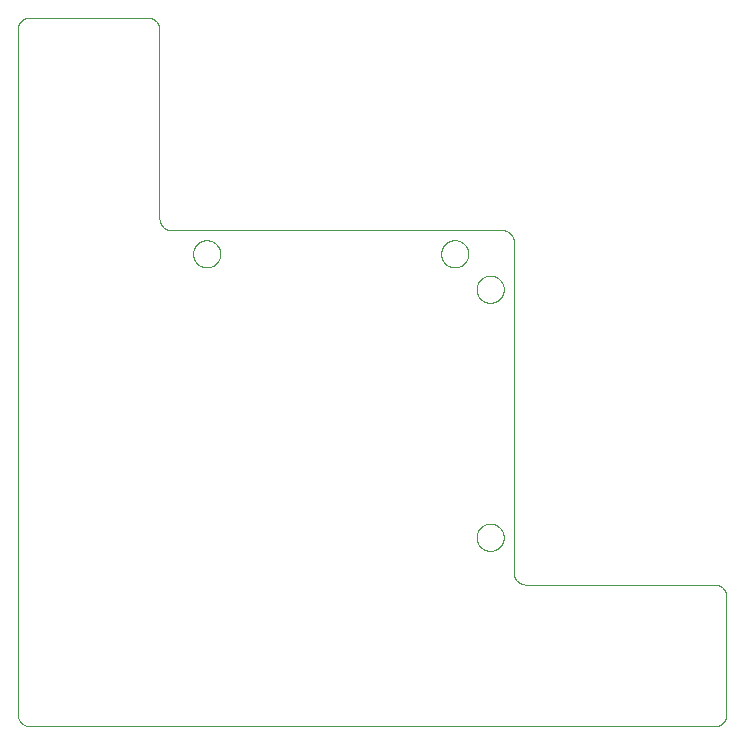
<source format=gko>
G75*
%MOIN*%
%OFA0B0*%
%FSLAX25Y25*%
%IPPOS*%
%LPD*%
%AMOC8*
5,1,8,0,0,1.08239X$1,22.5*
%
%ADD10C,0.00000*%
D10*
X0095738Y0111486D02*
X0324085Y0111486D01*
X0324209Y0111488D01*
X0324332Y0111494D01*
X0324456Y0111503D01*
X0324578Y0111517D01*
X0324701Y0111534D01*
X0324823Y0111556D01*
X0324944Y0111581D01*
X0325064Y0111610D01*
X0325183Y0111642D01*
X0325302Y0111679D01*
X0325419Y0111719D01*
X0325534Y0111762D01*
X0325649Y0111810D01*
X0325761Y0111861D01*
X0325872Y0111915D01*
X0325982Y0111973D01*
X0326089Y0112034D01*
X0326195Y0112099D01*
X0326298Y0112167D01*
X0326399Y0112238D01*
X0326498Y0112312D01*
X0326595Y0112389D01*
X0326689Y0112470D01*
X0326780Y0112553D01*
X0326869Y0112639D01*
X0326955Y0112728D01*
X0327038Y0112819D01*
X0327119Y0112913D01*
X0327196Y0113010D01*
X0327270Y0113109D01*
X0327341Y0113210D01*
X0327409Y0113313D01*
X0327474Y0113419D01*
X0327535Y0113526D01*
X0327593Y0113636D01*
X0327647Y0113747D01*
X0327698Y0113859D01*
X0327746Y0113974D01*
X0327789Y0114089D01*
X0327829Y0114206D01*
X0327866Y0114325D01*
X0327898Y0114444D01*
X0327927Y0114564D01*
X0327952Y0114685D01*
X0327974Y0114807D01*
X0327991Y0114930D01*
X0328005Y0115052D01*
X0328014Y0115176D01*
X0328020Y0115299D01*
X0328022Y0115423D01*
X0328022Y0154793D01*
X0328020Y0154917D01*
X0328014Y0155040D01*
X0328005Y0155164D01*
X0327991Y0155286D01*
X0327974Y0155409D01*
X0327952Y0155531D01*
X0327927Y0155652D01*
X0327898Y0155772D01*
X0327866Y0155891D01*
X0327829Y0156010D01*
X0327789Y0156127D01*
X0327746Y0156242D01*
X0327698Y0156357D01*
X0327647Y0156469D01*
X0327593Y0156580D01*
X0327535Y0156690D01*
X0327474Y0156797D01*
X0327409Y0156903D01*
X0327341Y0157006D01*
X0327270Y0157107D01*
X0327196Y0157206D01*
X0327119Y0157303D01*
X0327038Y0157397D01*
X0326955Y0157488D01*
X0326869Y0157577D01*
X0326780Y0157663D01*
X0326689Y0157746D01*
X0326595Y0157827D01*
X0326498Y0157904D01*
X0326399Y0157978D01*
X0326298Y0158049D01*
X0326195Y0158117D01*
X0326089Y0158182D01*
X0325982Y0158243D01*
X0325872Y0158301D01*
X0325761Y0158355D01*
X0325649Y0158406D01*
X0325534Y0158454D01*
X0325419Y0158497D01*
X0325302Y0158537D01*
X0325183Y0158574D01*
X0325064Y0158606D01*
X0324944Y0158635D01*
X0324823Y0158660D01*
X0324701Y0158682D01*
X0324578Y0158699D01*
X0324456Y0158713D01*
X0324332Y0158722D01*
X0324209Y0158728D01*
X0324085Y0158730D01*
X0261093Y0158730D01*
X0260969Y0158732D01*
X0260846Y0158738D01*
X0260722Y0158747D01*
X0260600Y0158761D01*
X0260477Y0158778D01*
X0260355Y0158800D01*
X0260234Y0158825D01*
X0260114Y0158854D01*
X0259995Y0158886D01*
X0259876Y0158923D01*
X0259759Y0158963D01*
X0259644Y0159006D01*
X0259529Y0159054D01*
X0259417Y0159105D01*
X0259306Y0159159D01*
X0259196Y0159217D01*
X0259089Y0159278D01*
X0258983Y0159343D01*
X0258880Y0159411D01*
X0258779Y0159482D01*
X0258680Y0159556D01*
X0258583Y0159633D01*
X0258489Y0159714D01*
X0258398Y0159797D01*
X0258309Y0159883D01*
X0258223Y0159972D01*
X0258140Y0160063D01*
X0258059Y0160157D01*
X0257982Y0160254D01*
X0257908Y0160353D01*
X0257837Y0160454D01*
X0257769Y0160557D01*
X0257704Y0160663D01*
X0257643Y0160770D01*
X0257585Y0160880D01*
X0257531Y0160991D01*
X0257480Y0161103D01*
X0257432Y0161218D01*
X0257389Y0161333D01*
X0257349Y0161450D01*
X0257312Y0161569D01*
X0257280Y0161688D01*
X0257251Y0161808D01*
X0257226Y0161929D01*
X0257204Y0162051D01*
X0257187Y0162174D01*
X0257173Y0162296D01*
X0257164Y0162420D01*
X0257158Y0162543D01*
X0257156Y0162667D01*
X0257156Y0272904D01*
X0257154Y0273028D01*
X0257148Y0273151D01*
X0257139Y0273275D01*
X0257125Y0273397D01*
X0257108Y0273520D01*
X0257086Y0273642D01*
X0257061Y0273763D01*
X0257032Y0273883D01*
X0257000Y0274002D01*
X0256963Y0274121D01*
X0256923Y0274238D01*
X0256880Y0274353D01*
X0256832Y0274468D01*
X0256781Y0274580D01*
X0256727Y0274691D01*
X0256669Y0274801D01*
X0256608Y0274908D01*
X0256543Y0275014D01*
X0256475Y0275117D01*
X0256404Y0275218D01*
X0256330Y0275317D01*
X0256253Y0275414D01*
X0256172Y0275508D01*
X0256089Y0275599D01*
X0256003Y0275688D01*
X0255914Y0275774D01*
X0255823Y0275857D01*
X0255729Y0275938D01*
X0255632Y0276015D01*
X0255533Y0276089D01*
X0255432Y0276160D01*
X0255329Y0276228D01*
X0255223Y0276293D01*
X0255116Y0276354D01*
X0255006Y0276412D01*
X0254895Y0276466D01*
X0254783Y0276517D01*
X0254668Y0276565D01*
X0254553Y0276608D01*
X0254436Y0276648D01*
X0254317Y0276685D01*
X0254198Y0276717D01*
X0254078Y0276746D01*
X0253957Y0276771D01*
X0253835Y0276793D01*
X0253712Y0276810D01*
X0253590Y0276824D01*
X0253466Y0276833D01*
X0253343Y0276839D01*
X0253219Y0276841D01*
X0142982Y0276841D01*
X0142858Y0276843D01*
X0142735Y0276849D01*
X0142611Y0276858D01*
X0142489Y0276872D01*
X0142366Y0276889D01*
X0142244Y0276911D01*
X0142123Y0276936D01*
X0142003Y0276965D01*
X0141884Y0276997D01*
X0141765Y0277034D01*
X0141648Y0277074D01*
X0141533Y0277117D01*
X0141418Y0277165D01*
X0141306Y0277216D01*
X0141195Y0277270D01*
X0141085Y0277328D01*
X0140978Y0277389D01*
X0140872Y0277454D01*
X0140769Y0277522D01*
X0140668Y0277593D01*
X0140569Y0277667D01*
X0140472Y0277744D01*
X0140378Y0277825D01*
X0140287Y0277908D01*
X0140198Y0277994D01*
X0140112Y0278083D01*
X0140029Y0278174D01*
X0139948Y0278268D01*
X0139871Y0278365D01*
X0139797Y0278464D01*
X0139726Y0278565D01*
X0139658Y0278668D01*
X0139593Y0278774D01*
X0139532Y0278881D01*
X0139474Y0278991D01*
X0139420Y0279102D01*
X0139369Y0279214D01*
X0139321Y0279329D01*
X0139278Y0279444D01*
X0139238Y0279561D01*
X0139201Y0279680D01*
X0139169Y0279799D01*
X0139140Y0279919D01*
X0139115Y0280040D01*
X0139093Y0280162D01*
X0139076Y0280285D01*
X0139062Y0280407D01*
X0139053Y0280531D01*
X0139047Y0280654D01*
X0139045Y0280778D01*
X0139045Y0343770D01*
X0139043Y0343894D01*
X0139037Y0344017D01*
X0139028Y0344141D01*
X0139014Y0344263D01*
X0138997Y0344386D01*
X0138975Y0344508D01*
X0138950Y0344629D01*
X0138921Y0344749D01*
X0138889Y0344868D01*
X0138852Y0344987D01*
X0138812Y0345104D01*
X0138769Y0345219D01*
X0138721Y0345334D01*
X0138670Y0345446D01*
X0138616Y0345557D01*
X0138558Y0345667D01*
X0138497Y0345774D01*
X0138432Y0345880D01*
X0138364Y0345983D01*
X0138293Y0346084D01*
X0138219Y0346183D01*
X0138142Y0346280D01*
X0138061Y0346374D01*
X0137978Y0346465D01*
X0137892Y0346554D01*
X0137803Y0346640D01*
X0137712Y0346723D01*
X0137618Y0346804D01*
X0137521Y0346881D01*
X0137422Y0346955D01*
X0137321Y0347026D01*
X0137218Y0347094D01*
X0137112Y0347159D01*
X0137005Y0347220D01*
X0136895Y0347278D01*
X0136784Y0347332D01*
X0136672Y0347383D01*
X0136557Y0347431D01*
X0136442Y0347474D01*
X0136325Y0347514D01*
X0136206Y0347551D01*
X0136087Y0347583D01*
X0135967Y0347612D01*
X0135846Y0347637D01*
X0135724Y0347659D01*
X0135601Y0347676D01*
X0135479Y0347690D01*
X0135355Y0347699D01*
X0135232Y0347705D01*
X0135108Y0347707D01*
X0095738Y0347707D01*
X0095614Y0347705D01*
X0095491Y0347699D01*
X0095367Y0347690D01*
X0095245Y0347676D01*
X0095122Y0347659D01*
X0095000Y0347637D01*
X0094879Y0347612D01*
X0094759Y0347583D01*
X0094640Y0347551D01*
X0094521Y0347514D01*
X0094404Y0347474D01*
X0094289Y0347431D01*
X0094174Y0347383D01*
X0094062Y0347332D01*
X0093951Y0347278D01*
X0093841Y0347220D01*
X0093734Y0347159D01*
X0093628Y0347094D01*
X0093525Y0347026D01*
X0093424Y0346955D01*
X0093325Y0346881D01*
X0093228Y0346804D01*
X0093134Y0346723D01*
X0093043Y0346640D01*
X0092954Y0346554D01*
X0092868Y0346465D01*
X0092785Y0346374D01*
X0092704Y0346280D01*
X0092627Y0346183D01*
X0092553Y0346084D01*
X0092482Y0345983D01*
X0092414Y0345880D01*
X0092349Y0345774D01*
X0092288Y0345667D01*
X0092230Y0345557D01*
X0092176Y0345446D01*
X0092125Y0345334D01*
X0092077Y0345219D01*
X0092034Y0345104D01*
X0091994Y0344987D01*
X0091957Y0344868D01*
X0091925Y0344749D01*
X0091896Y0344629D01*
X0091871Y0344508D01*
X0091849Y0344386D01*
X0091832Y0344263D01*
X0091818Y0344141D01*
X0091809Y0344017D01*
X0091803Y0343894D01*
X0091801Y0343770D01*
X0091801Y0115423D01*
X0091803Y0115299D01*
X0091809Y0115176D01*
X0091818Y0115052D01*
X0091832Y0114930D01*
X0091849Y0114807D01*
X0091871Y0114685D01*
X0091896Y0114564D01*
X0091925Y0114444D01*
X0091957Y0114325D01*
X0091994Y0114206D01*
X0092034Y0114089D01*
X0092077Y0113974D01*
X0092125Y0113859D01*
X0092176Y0113747D01*
X0092230Y0113636D01*
X0092288Y0113526D01*
X0092349Y0113419D01*
X0092414Y0113313D01*
X0092482Y0113210D01*
X0092553Y0113109D01*
X0092627Y0113010D01*
X0092704Y0112913D01*
X0092785Y0112819D01*
X0092868Y0112728D01*
X0092954Y0112639D01*
X0093043Y0112553D01*
X0093134Y0112470D01*
X0093228Y0112389D01*
X0093325Y0112312D01*
X0093424Y0112238D01*
X0093525Y0112167D01*
X0093628Y0112099D01*
X0093734Y0112034D01*
X0093841Y0111973D01*
X0093951Y0111915D01*
X0094062Y0111861D01*
X0094174Y0111810D01*
X0094289Y0111762D01*
X0094404Y0111719D01*
X0094521Y0111679D01*
X0094640Y0111642D01*
X0094759Y0111610D01*
X0094879Y0111581D01*
X0095000Y0111556D01*
X0095122Y0111534D01*
X0095245Y0111517D01*
X0095367Y0111503D01*
X0095491Y0111494D01*
X0095614Y0111488D01*
X0095738Y0111486D01*
X0244753Y0174478D02*
X0244755Y0174612D01*
X0244761Y0174746D01*
X0244771Y0174880D01*
X0244785Y0175014D01*
X0244803Y0175147D01*
X0244824Y0175279D01*
X0244850Y0175411D01*
X0244880Y0175542D01*
X0244913Y0175672D01*
X0244950Y0175800D01*
X0244992Y0175928D01*
X0245036Y0176055D01*
X0245085Y0176180D01*
X0245137Y0176303D01*
X0245193Y0176425D01*
X0245253Y0176546D01*
X0245316Y0176664D01*
X0245382Y0176781D01*
X0245452Y0176895D01*
X0245525Y0177008D01*
X0245602Y0177118D01*
X0245682Y0177226D01*
X0245765Y0177331D01*
X0245851Y0177434D01*
X0245940Y0177534D01*
X0246032Y0177632D01*
X0246127Y0177727D01*
X0246225Y0177819D01*
X0246325Y0177908D01*
X0246428Y0177994D01*
X0246533Y0178077D01*
X0246641Y0178157D01*
X0246751Y0178234D01*
X0246864Y0178307D01*
X0246978Y0178377D01*
X0247095Y0178443D01*
X0247213Y0178506D01*
X0247334Y0178566D01*
X0247456Y0178622D01*
X0247579Y0178674D01*
X0247704Y0178723D01*
X0247831Y0178767D01*
X0247959Y0178809D01*
X0248087Y0178846D01*
X0248217Y0178879D01*
X0248348Y0178909D01*
X0248480Y0178935D01*
X0248612Y0178956D01*
X0248745Y0178974D01*
X0248879Y0178988D01*
X0249013Y0178998D01*
X0249147Y0179004D01*
X0249281Y0179006D01*
X0249415Y0179004D01*
X0249549Y0178998D01*
X0249683Y0178988D01*
X0249817Y0178974D01*
X0249950Y0178956D01*
X0250082Y0178935D01*
X0250214Y0178909D01*
X0250345Y0178879D01*
X0250475Y0178846D01*
X0250603Y0178809D01*
X0250731Y0178767D01*
X0250858Y0178723D01*
X0250983Y0178674D01*
X0251106Y0178622D01*
X0251228Y0178566D01*
X0251349Y0178506D01*
X0251467Y0178443D01*
X0251584Y0178377D01*
X0251698Y0178307D01*
X0251811Y0178234D01*
X0251921Y0178157D01*
X0252029Y0178077D01*
X0252134Y0177994D01*
X0252237Y0177908D01*
X0252337Y0177819D01*
X0252435Y0177727D01*
X0252530Y0177632D01*
X0252622Y0177534D01*
X0252711Y0177434D01*
X0252797Y0177331D01*
X0252880Y0177226D01*
X0252960Y0177118D01*
X0253037Y0177008D01*
X0253110Y0176895D01*
X0253180Y0176781D01*
X0253246Y0176664D01*
X0253309Y0176546D01*
X0253369Y0176425D01*
X0253425Y0176303D01*
X0253477Y0176180D01*
X0253526Y0176055D01*
X0253570Y0175928D01*
X0253612Y0175800D01*
X0253649Y0175672D01*
X0253682Y0175542D01*
X0253712Y0175411D01*
X0253738Y0175279D01*
X0253759Y0175147D01*
X0253777Y0175014D01*
X0253791Y0174880D01*
X0253801Y0174746D01*
X0253807Y0174612D01*
X0253809Y0174478D01*
X0253807Y0174344D01*
X0253801Y0174210D01*
X0253791Y0174076D01*
X0253777Y0173942D01*
X0253759Y0173809D01*
X0253738Y0173677D01*
X0253712Y0173545D01*
X0253682Y0173414D01*
X0253649Y0173284D01*
X0253612Y0173156D01*
X0253570Y0173028D01*
X0253526Y0172901D01*
X0253477Y0172776D01*
X0253425Y0172653D01*
X0253369Y0172531D01*
X0253309Y0172410D01*
X0253246Y0172292D01*
X0253180Y0172175D01*
X0253110Y0172061D01*
X0253037Y0171948D01*
X0252960Y0171838D01*
X0252880Y0171730D01*
X0252797Y0171625D01*
X0252711Y0171522D01*
X0252622Y0171422D01*
X0252530Y0171324D01*
X0252435Y0171229D01*
X0252337Y0171137D01*
X0252237Y0171048D01*
X0252134Y0170962D01*
X0252029Y0170879D01*
X0251921Y0170799D01*
X0251811Y0170722D01*
X0251698Y0170649D01*
X0251584Y0170579D01*
X0251467Y0170513D01*
X0251349Y0170450D01*
X0251228Y0170390D01*
X0251106Y0170334D01*
X0250983Y0170282D01*
X0250858Y0170233D01*
X0250731Y0170189D01*
X0250603Y0170147D01*
X0250475Y0170110D01*
X0250345Y0170077D01*
X0250214Y0170047D01*
X0250082Y0170021D01*
X0249950Y0170000D01*
X0249817Y0169982D01*
X0249683Y0169968D01*
X0249549Y0169958D01*
X0249415Y0169952D01*
X0249281Y0169950D01*
X0249147Y0169952D01*
X0249013Y0169958D01*
X0248879Y0169968D01*
X0248745Y0169982D01*
X0248612Y0170000D01*
X0248480Y0170021D01*
X0248348Y0170047D01*
X0248217Y0170077D01*
X0248087Y0170110D01*
X0247959Y0170147D01*
X0247831Y0170189D01*
X0247704Y0170233D01*
X0247579Y0170282D01*
X0247456Y0170334D01*
X0247334Y0170390D01*
X0247213Y0170450D01*
X0247095Y0170513D01*
X0246978Y0170579D01*
X0246864Y0170649D01*
X0246751Y0170722D01*
X0246641Y0170799D01*
X0246533Y0170879D01*
X0246428Y0170962D01*
X0246325Y0171048D01*
X0246225Y0171137D01*
X0246127Y0171229D01*
X0246032Y0171324D01*
X0245940Y0171422D01*
X0245851Y0171522D01*
X0245765Y0171625D01*
X0245682Y0171730D01*
X0245602Y0171838D01*
X0245525Y0171948D01*
X0245452Y0172061D01*
X0245382Y0172175D01*
X0245316Y0172292D01*
X0245253Y0172410D01*
X0245193Y0172531D01*
X0245137Y0172653D01*
X0245085Y0172776D01*
X0245036Y0172901D01*
X0244992Y0173028D01*
X0244950Y0173156D01*
X0244913Y0173284D01*
X0244880Y0173414D01*
X0244850Y0173545D01*
X0244824Y0173677D01*
X0244803Y0173809D01*
X0244785Y0173942D01*
X0244771Y0174076D01*
X0244761Y0174210D01*
X0244755Y0174344D01*
X0244753Y0174478D01*
X0244753Y0257156D02*
X0244755Y0257290D01*
X0244761Y0257424D01*
X0244771Y0257558D01*
X0244785Y0257692D01*
X0244803Y0257825D01*
X0244824Y0257957D01*
X0244850Y0258089D01*
X0244880Y0258220D01*
X0244913Y0258350D01*
X0244950Y0258478D01*
X0244992Y0258606D01*
X0245036Y0258733D01*
X0245085Y0258858D01*
X0245137Y0258981D01*
X0245193Y0259103D01*
X0245253Y0259224D01*
X0245316Y0259342D01*
X0245382Y0259459D01*
X0245452Y0259573D01*
X0245525Y0259686D01*
X0245602Y0259796D01*
X0245682Y0259904D01*
X0245765Y0260009D01*
X0245851Y0260112D01*
X0245940Y0260212D01*
X0246032Y0260310D01*
X0246127Y0260405D01*
X0246225Y0260497D01*
X0246325Y0260586D01*
X0246428Y0260672D01*
X0246533Y0260755D01*
X0246641Y0260835D01*
X0246751Y0260912D01*
X0246864Y0260985D01*
X0246978Y0261055D01*
X0247095Y0261121D01*
X0247213Y0261184D01*
X0247334Y0261244D01*
X0247456Y0261300D01*
X0247579Y0261352D01*
X0247704Y0261401D01*
X0247831Y0261445D01*
X0247959Y0261487D01*
X0248087Y0261524D01*
X0248217Y0261557D01*
X0248348Y0261587D01*
X0248480Y0261613D01*
X0248612Y0261634D01*
X0248745Y0261652D01*
X0248879Y0261666D01*
X0249013Y0261676D01*
X0249147Y0261682D01*
X0249281Y0261684D01*
X0249415Y0261682D01*
X0249549Y0261676D01*
X0249683Y0261666D01*
X0249817Y0261652D01*
X0249950Y0261634D01*
X0250082Y0261613D01*
X0250214Y0261587D01*
X0250345Y0261557D01*
X0250475Y0261524D01*
X0250603Y0261487D01*
X0250731Y0261445D01*
X0250858Y0261401D01*
X0250983Y0261352D01*
X0251106Y0261300D01*
X0251228Y0261244D01*
X0251349Y0261184D01*
X0251467Y0261121D01*
X0251584Y0261055D01*
X0251698Y0260985D01*
X0251811Y0260912D01*
X0251921Y0260835D01*
X0252029Y0260755D01*
X0252134Y0260672D01*
X0252237Y0260586D01*
X0252337Y0260497D01*
X0252435Y0260405D01*
X0252530Y0260310D01*
X0252622Y0260212D01*
X0252711Y0260112D01*
X0252797Y0260009D01*
X0252880Y0259904D01*
X0252960Y0259796D01*
X0253037Y0259686D01*
X0253110Y0259573D01*
X0253180Y0259459D01*
X0253246Y0259342D01*
X0253309Y0259224D01*
X0253369Y0259103D01*
X0253425Y0258981D01*
X0253477Y0258858D01*
X0253526Y0258733D01*
X0253570Y0258606D01*
X0253612Y0258478D01*
X0253649Y0258350D01*
X0253682Y0258220D01*
X0253712Y0258089D01*
X0253738Y0257957D01*
X0253759Y0257825D01*
X0253777Y0257692D01*
X0253791Y0257558D01*
X0253801Y0257424D01*
X0253807Y0257290D01*
X0253809Y0257156D01*
X0253807Y0257022D01*
X0253801Y0256888D01*
X0253791Y0256754D01*
X0253777Y0256620D01*
X0253759Y0256487D01*
X0253738Y0256355D01*
X0253712Y0256223D01*
X0253682Y0256092D01*
X0253649Y0255962D01*
X0253612Y0255834D01*
X0253570Y0255706D01*
X0253526Y0255579D01*
X0253477Y0255454D01*
X0253425Y0255331D01*
X0253369Y0255209D01*
X0253309Y0255088D01*
X0253246Y0254970D01*
X0253180Y0254853D01*
X0253110Y0254739D01*
X0253037Y0254626D01*
X0252960Y0254516D01*
X0252880Y0254408D01*
X0252797Y0254303D01*
X0252711Y0254200D01*
X0252622Y0254100D01*
X0252530Y0254002D01*
X0252435Y0253907D01*
X0252337Y0253815D01*
X0252237Y0253726D01*
X0252134Y0253640D01*
X0252029Y0253557D01*
X0251921Y0253477D01*
X0251811Y0253400D01*
X0251698Y0253327D01*
X0251584Y0253257D01*
X0251467Y0253191D01*
X0251349Y0253128D01*
X0251228Y0253068D01*
X0251106Y0253012D01*
X0250983Y0252960D01*
X0250858Y0252911D01*
X0250731Y0252867D01*
X0250603Y0252825D01*
X0250475Y0252788D01*
X0250345Y0252755D01*
X0250214Y0252725D01*
X0250082Y0252699D01*
X0249950Y0252678D01*
X0249817Y0252660D01*
X0249683Y0252646D01*
X0249549Y0252636D01*
X0249415Y0252630D01*
X0249281Y0252628D01*
X0249147Y0252630D01*
X0249013Y0252636D01*
X0248879Y0252646D01*
X0248745Y0252660D01*
X0248612Y0252678D01*
X0248480Y0252699D01*
X0248348Y0252725D01*
X0248217Y0252755D01*
X0248087Y0252788D01*
X0247959Y0252825D01*
X0247831Y0252867D01*
X0247704Y0252911D01*
X0247579Y0252960D01*
X0247456Y0253012D01*
X0247334Y0253068D01*
X0247213Y0253128D01*
X0247095Y0253191D01*
X0246978Y0253257D01*
X0246864Y0253327D01*
X0246751Y0253400D01*
X0246641Y0253477D01*
X0246533Y0253557D01*
X0246428Y0253640D01*
X0246325Y0253726D01*
X0246225Y0253815D01*
X0246127Y0253907D01*
X0246032Y0254002D01*
X0245940Y0254100D01*
X0245851Y0254200D01*
X0245765Y0254303D01*
X0245682Y0254408D01*
X0245602Y0254516D01*
X0245525Y0254626D01*
X0245452Y0254739D01*
X0245382Y0254853D01*
X0245316Y0254970D01*
X0245253Y0255088D01*
X0245193Y0255209D01*
X0245137Y0255331D01*
X0245085Y0255454D01*
X0245036Y0255579D01*
X0244992Y0255706D01*
X0244950Y0255834D01*
X0244913Y0255962D01*
X0244880Y0256092D01*
X0244850Y0256223D01*
X0244824Y0256355D01*
X0244803Y0256487D01*
X0244785Y0256620D01*
X0244771Y0256754D01*
X0244761Y0256888D01*
X0244755Y0257022D01*
X0244753Y0257156D01*
X0232942Y0268967D02*
X0232944Y0269101D01*
X0232950Y0269235D01*
X0232960Y0269369D01*
X0232974Y0269503D01*
X0232992Y0269636D01*
X0233013Y0269768D01*
X0233039Y0269900D01*
X0233069Y0270031D01*
X0233102Y0270161D01*
X0233139Y0270289D01*
X0233181Y0270417D01*
X0233225Y0270544D01*
X0233274Y0270669D01*
X0233326Y0270792D01*
X0233382Y0270914D01*
X0233442Y0271035D01*
X0233505Y0271153D01*
X0233571Y0271270D01*
X0233641Y0271384D01*
X0233714Y0271497D01*
X0233791Y0271607D01*
X0233871Y0271715D01*
X0233954Y0271820D01*
X0234040Y0271923D01*
X0234129Y0272023D01*
X0234221Y0272121D01*
X0234316Y0272216D01*
X0234414Y0272308D01*
X0234514Y0272397D01*
X0234617Y0272483D01*
X0234722Y0272566D01*
X0234830Y0272646D01*
X0234940Y0272723D01*
X0235053Y0272796D01*
X0235167Y0272866D01*
X0235284Y0272932D01*
X0235402Y0272995D01*
X0235523Y0273055D01*
X0235645Y0273111D01*
X0235768Y0273163D01*
X0235893Y0273212D01*
X0236020Y0273256D01*
X0236148Y0273298D01*
X0236276Y0273335D01*
X0236406Y0273368D01*
X0236537Y0273398D01*
X0236669Y0273424D01*
X0236801Y0273445D01*
X0236934Y0273463D01*
X0237068Y0273477D01*
X0237202Y0273487D01*
X0237336Y0273493D01*
X0237470Y0273495D01*
X0237604Y0273493D01*
X0237738Y0273487D01*
X0237872Y0273477D01*
X0238006Y0273463D01*
X0238139Y0273445D01*
X0238271Y0273424D01*
X0238403Y0273398D01*
X0238534Y0273368D01*
X0238664Y0273335D01*
X0238792Y0273298D01*
X0238920Y0273256D01*
X0239047Y0273212D01*
X0239172Y0273163D01*
X0239295Y0273111D01*
X0239417Y0273055D01*
X0239538Y0272995D01*
X0239656Y0272932D01*
X0239773Y0272866D01*
X0239887Y0272796D01*
X0240000Y0272723D01*
X0240110Y0272646D01*
X0240218Y0272566D01*
X0240323Y0272483D01*
X0240426Y0272397D01*
X0240526Y0272308D01*
X0240624Y0272216D01*
X0240719Y0272121D01*
X0240811Y0272023D01*
X0240900Y0271923D01*
X0240986Y0271820D01*
X0241069Y0271715D01*
X0241149Y0271607D01*
X0241226Y0271497D01*
X0241299Y0271384D01*
X0241369Y0271270D01*
X0241435Y0271153D01*
X0241498Y0271035D01*
X0241558Y0270914D01*
X0241614Y0270792D01*
X0241666Y0270669D01*
X0241715Y0270544D01*
X0241759Y0270417D01*
X0241801Y0270289D01*
X0241838Y0270161D01*
X0241871Y0270031D01*
X0241901Y0269900D01*
X0241927Y0269768D01*
X0241948Y0269636D01*
X0241966Y0269503D01*
X0241980Y0269369D01*
X0241990Y0269235D01*
X0241996Y0269101D01*
X0241998Y0268967D01*
X0241996Y0268833D01*
X0241990Y0268699D01*
X0241980Y0268565D01*
X0241966Y0268431D01*
X0241948Y0268298D01*
X0241927Y0268166D01*
X0241901Y0268034D01*
X0241871Y0267903D01*
X0241838Y0267773D01*
X0241801Y0267645D01*
X0241759Y0267517D01*
X0241715Y0267390D01*
X0241666Y0267265D01*
X0241614Y0267142D01*
X0241558Y0267020D01*
X0241498Y0266899D01*
X0241435Y0266781D01*
X0241369Y0266664D01*
X0241299Y0266550D01*
X0241226Y0266437D01*
X0241149Y0266327D01*
X0241069Y0266219D01*
X0240986Y0266114D01*
X0240900Y0266011D01*
X0240811Y0265911D01*
X0240719Y0265813D01*
X0240624Y0265718D01*
X0240526Y0265626D01*
X0240426Y0265537D01*
X0240323Y0265451D01*
X0240218Y0265368D01*
X0240110Y0265288D01*
X0240000Y0265211D01*
X0239887Y0265138D01*
X0239773Y0265068D01*
X0239656Y0265002D01*
X0239538Y0264939D01*
X0239417Y0264879D01*
X0239295Y0264823D01*
X0239172Y0264771D01*
X0239047Y0264722D01*
X0238920Y0264678D01*
X0238792Y0264636D01*
X0238664Y0264599D01*
X0238534Y0264566D01*
X0238403Y0264536D01*
X0238271Y0264510D01*
X0238139Y0264489D01*
X0238006Y0264471D01*
X0237872Y0264457D01*
X0237738Y0264447D01*
X0237604Y0264441D01*
X0237470Y0264439D01*
X0237336Y0264441D01*
X0237202Y0264447D01*
X0237068Y0264457D01*
X0236934Y0264471D01*
X0236801Y0264489D01*
X0236669Y0264510D01*
X0236537Y0264536D01*
X0236406Y0264566D01*
X0236276Y0264599D01*
X0236148Y0264636D01*
X0236020Y0264678D01*
X0235893Y0264722D01*
X0235768Y0264771D01*
X0235645Y0264823D01*
X0235523Y0264879D01*
X0235402Y0264939D01*
X0235284Y0265002D01*
X0235167Y0265068D01*
X0235053Y0265138D01*
X0234940Y0265211D01*
X0234830Y0265288D01*
X0234722Y0265368D01*
X0234617Y0265451D01*
X0234514Y0265537D01*
X0234414Y0265626D01*
X0234316Y0265718D01*
X0234221Y0265813D01*
X0234129Y0265911D01*
X0234040Y0266011D01*
X0233954Y0266114D01*
X0233871Y0266219D01*
X0233791Y0266327D01*
X0233714Y0266437D01*
X0233641Y0266550D01*
X0233571Y0266664D01*
X0233505Y0266781D01*
X0233442Y0266899D01*
X0233382Y0267020D01*
X0233326Y0267142D01*
X0233274Y0267265D01*
X0233225Y0267390D01*
X0233181Y0267517D01*
X0233139Y0267645D01*
X0233102Y0267773D01*
X0233069Y0267903D01*
X0233039Y0268034D01*
X0233013Y0268166D01*
X0232992Y0268298D01*
X0232974Y0268431D01*
X0232960Y0268565D01*
X0232950Y0268699D01*
X0232944Y0268833D01*
X0232942Y0268967D01*
X0150265Y0268967D02*
X0150267Y0269101D01*
X0150273Y0269235D01*
X0150283Y0269369D01*
X0150297Y0269503D01*
X0150315Y0269636D01*
X0150336Y0269768D01*
X0150362Y0269900D01*
X0150392Y0270031D01*
X0150425Y0270161D01*
X0150462Y0270289D01*
X0150504Y0270417D01*
X0150548Y0270544D01*
X0150597Y0270669D01*
X0150649Y0270792D01*
X0150705Y0270914D01*
X0150765Y0271035D01*
X0150828Y0271153D01*
X0150894Y0271270D01*
X0150964Y0271384D01*
X0151037Y0271497D01*
X0151114Y0271607D01*
X0151194Y0271715D01*
X0151277Y0271820D01*
X0151363Y0271923D01*
X0151452Y0272023D01*
X0151544Y0272121D01*
X0151639Y0272216D01*
X0151737Y0272308D01*
X0151837Y0272397D01*
X0151940Y0272483D01*
X0152045Y0272566D01*
X0152153Y0272646D01*
X0152263Y0272723D01*
X0152376Y0272796D01*
X0152490Y0272866D01*
X0152607Y0272932D01*
X0152725Y0272995D01*
X0152846Y0273055D01*
X0152968Y0273111D01*
X0153091Y0273163D01*
X0153216Y0273212D01*
X0153343Y0273256D01*
X0153471Y0273298D01*
X0153599Y0273335D01*
X0153729Y0273368D01*
X0153860Y0273398D01*
X0153992Y0273424D01*
X0154124Y0273445D01*
X0154257Y0273463D01*
X0154391Y0273477D01*
X0154525Y0273487D01*
X0154659Y0273493D01*
X0154793Y0273495D01*
X0154927Y0273493D01*
X0155061Y0273487D01*
X0155195Y0273477D01*
X0155329Y0273463D01*
X0155462Y0273445D01*
X0155594Y0273424D01*
X0155726Y0273398D01*
X0155857Y0273368D01*
X0155987Y0273335D01*
X0156115Y0273298D01*
X0156243Y0273256D01*
X0156370Y0273212D01*
X0156495Y0273163D01*
X0156618Y0273111D01*
X0156740Y0273055D01*
X0156861Y0272995D01*
X0156979Y0272932D01*
X0157096Y0272866D01*
X0157210Y0272796D01*
X0157323Y0272723D01*
X0157433Y0272646D01*
X0157541Y0272566D01*
X0157646Y0272483D01*
X0157749Y0272397D01*
X0157849Y0272308D01*
X0157947Y0272216D01*
X0158042Y0272121D01*
X0158134Y0272023D01*
X0158223Y0271923D01*
X0158309Y0271820D01*
X0158392Y0271715D01*
X0158472Y0271607D01*
X0158549Y0271497D01*
X0158622Y0271384D01*
X0158692Y0271270D01*
X0158758Y0271153D01*
X0158821Y0271035D01*
X0158881Y0270914D01*
X0158937Y0270792D01*
X0158989Y0270669D01*
X0159038Y0270544D01*
X0159082Y0270417D01*
X0159124Y0270289D01*
X0159161Y0270161D01*
X0159194Y0270031D01*
X0159224Y0269900D01*
X0159250Y0269768D01*
X0159271Y0269636D01*
X0159289Y0269503D01*
X0159303Y0269369D01*
X0159313Y0269235D01*
X0159319Y0269101D01*
X0159321Y0268967D01*
X0159319Y0268833D01*
X0159313Y0268699D01*
X0159303Y0268565D01*
X0159289Y0268431D01*
X0159271Y0268298D01*
X0159250Y0268166D01*
X0159224Y0268034D01*
X0159194Y0267903D01*
X0159161Y0267773D01*
X0159124Y0267645D01*
X0159082Y0267517D01*
X0159038Y0267390D01*
X0158989Y0267265D01*
X0158937Y0267142D01*
X0158881Y0267020D01*
X0158821Y0266899D01*
X0158758Y0266781D01*
X0158692Y0266664D01*
X0158622Y0266550D01*
X0158549Y0266437D01*
X0158472Y0266327D01*
X0158392Y0266219D01*
X0158309Y0266114D01*
X0158223Y0266011D01*
X0158134Y0265911D01*
X0158042Y0265813D01*
X0157947Y0265718D01*
X0157849Y0265626D01*
X0157749Y0265537D01*
X0157646Y0265451D01*
X0157541Y0265368D01*
X0157433Y0265288D01*
X0157323Y0265211D01*
X0157210Y0265138D01*
X0157096Y0265068D01*
X0156979Y0265002D01*
X0156861Y0264939D01*
X0156740Y0264879D01*
X0156618Y0264823D01*
X0156495Y0264771D01*
X0156370Y0264722D01*
X0156243Y0264678D01*
X0156115Y0264636D01*
X0155987Y0264599D01*
X0155857Y0264566D01*
X0155726Y0264536D01*
X0155594Y0264510D01*
X0155462Y0264489D01*
X0155329Y0264471D01*
X0155195Y0264457D01*
X0155061Y0264447D01*
X0154927Y0264441D01*
X0154793Y0264439D01*
X0154659Y0264441D01*
X0154525Y0264447D01*
X0154391Y0264457D01*
X0154257Y0264471D01*
X0154124Y0264489D01*
X0153992Y0264510D01*
X0153860Y0264536D01*
X0153729Y0264566D01*
X0153599Y0264599D01*
X0153471Y0264636D01*
X0153343Y0264678D01*
X0153216Y0264722D01*
X0153091Y0264771D01*
X0152968Y0264823D01*
X0152846Y0264879D01*
X0152725Y0264939D01*
X0152607Y0265002D01*
X0152490Y0265068D01*
X0152376Y0265138D01*
X0152263Y0265211D01*
X0152153Y0265288D01*
X0152045Y0265368D01*
X0151940Y0265451D01*
X0151837Y0265537D01*
X0151737Y0265626D01*
X0151639Y0265718D01*
X0151544Y0265813D01*
X0151452Y0265911D01*
X0151363Y0266011D01*
X0151277Y0266114D01*
X0151194Y0266219D01*
X0151114Y0266327D01*
X0151037Y0266437D01*
X0150964Y0266550D01*
X0150894Y0266664D01*
X0150828Y0266781D01*
X0150765Y0266899D01*
X0150705Y0267020D01*
X0150649Y0267142D01*
X0150597Y0267265D01*
X0150548Y0267390D01*
X0150504Y0267517D01*
X0150462Y0267645D01*
X0150425Y0267773D01*
X0150392Y0267903D01*
X0150362Y0268034D01*
X0150336Y0268166D01*
X0150315Y0268298D01*
X0150297Y0268431D01*
X0150283Y0268565D01*
X0150273Y0268699D01*
X0150267Y0268833D01*
X0150265Y0268967D01*
M02*

</source>
